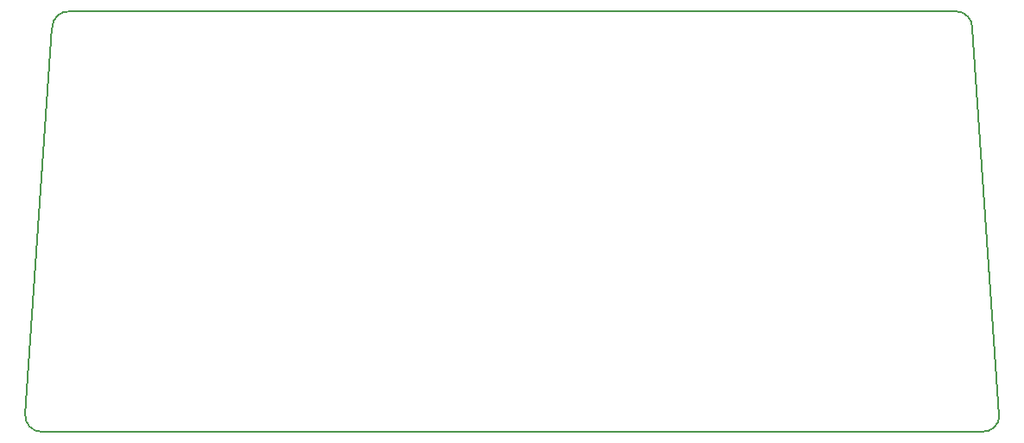
<source format=gbr>
%TF.GenerationSoftware,KiCad,Pcbnew,(6.0.11)*%
%TF.CreationDate,2024-03-01T18:21:46+00:00*%
%TF.ProjectId,BT66B_RJ45_JB,42543636-425f-4524-9a34-355f4a422e6b,rev?*%
%TF.SameCoordinates,Original*%
%TF.FileFunction,Profile,NP*%
%FSLAX46Y46*%
G04 Gerber Fmt 4.6, Leading zero omitted, Abs format (unit mm)*
G04 Created by KiCad (PCBNEW (6.0.11)) date 2024-03-01 18:21:46*
%MOMM*%
%LPD*%
G01*
G04 APERTURE LIST*
%TA.AperFunction,Profile*%
%ADD10C,0.150000*%
%TD*%
G04 APERTURE END LIST*
D10*
X95600535Y-118178889D02*
X98251001Y-80185992D01*
X188479465Y-80311111D02*
X191130110Y-118304543D01*
X99961111Y-78600535D02*
X186894008Y-78601001D01*
X99961110Y-78600544D02*
G75*
G03*
X98251001Y-80185992I-120110J-1585456D01*
G01*
X95600544Y-118178890D02*
G75*
G03*
X97185992Y-119888999I1585456J-120110D01*
G01*
X189420002Y-119889968D02*
G75*
G03*
X191130110Y-118304543I120098J1585468D01*
G01*
X188479456Y-80311110D02*
G75*
G03*
X186894008Y-78601001I-1585456J120110D01*
G01*
X97185992Y-119888999D02*
X189420000Y-119890000D01*
M02*

</source>
